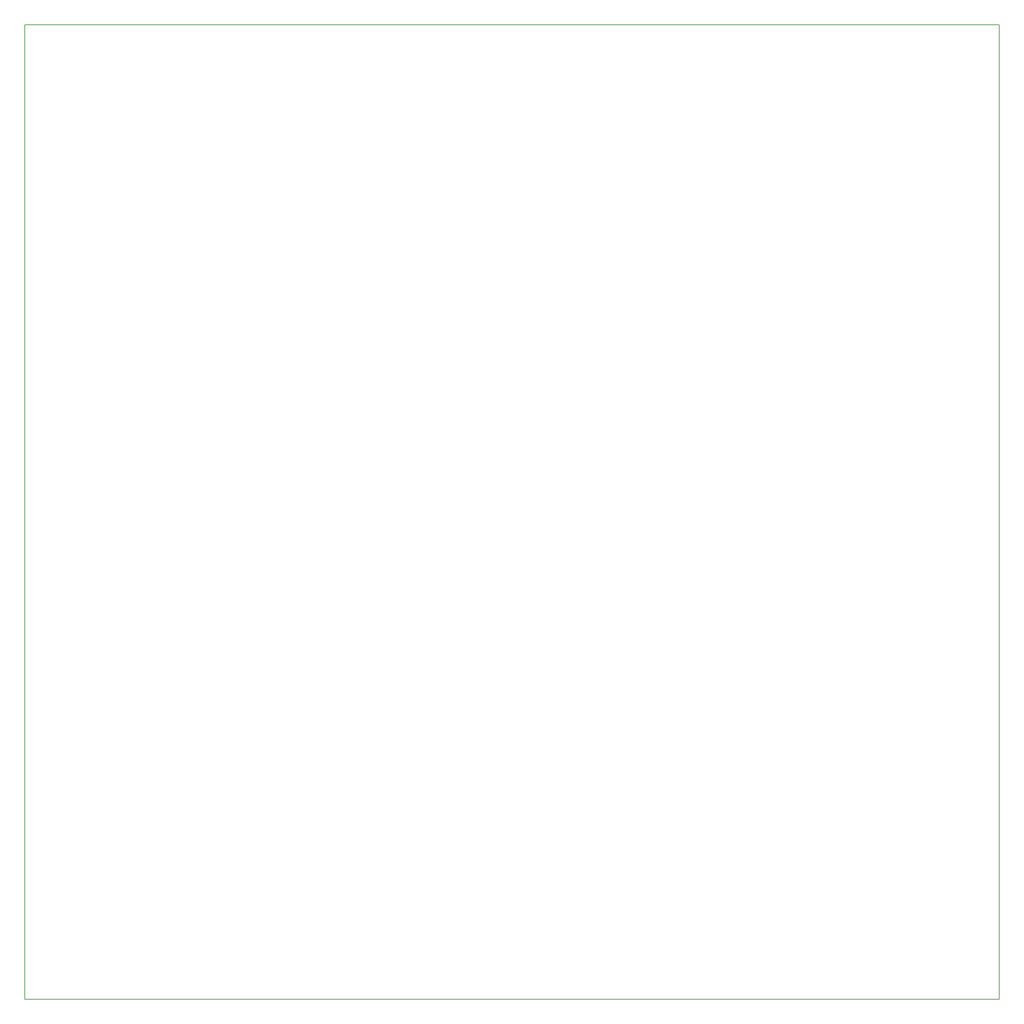
<source format=gbr>
G04 DipTrace 3.0.0.2*
G04 BoardOutline.gbr*
%MOIN*%
G04 #@! TF.FileFunction,Profile*
G04 #@! TF.Part,Single*
%ADD11C,0.005512*%
%FSLAX26Y26*%
G04*
G70*
G90*
G75*
G01*
G04 BoardOutline*
%LPD*%
X393701Y393701D2*
D11*
X9842520D1*
Y9842520D1*
X393701D1*
Y393701D1*
M02*

</source>
